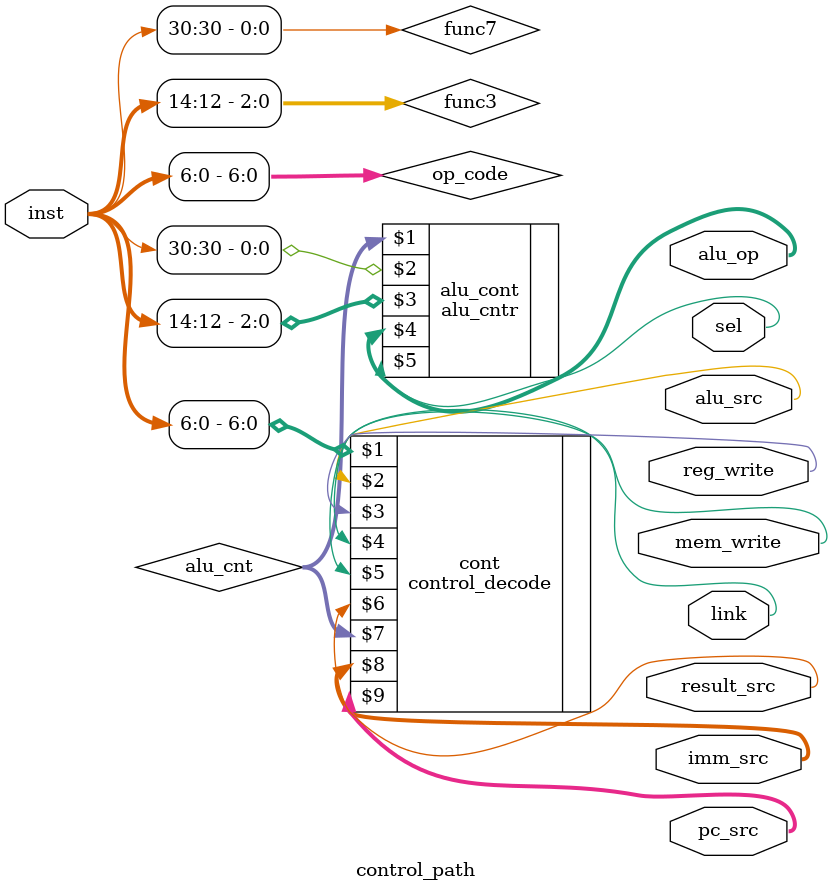
<source format=v>
module control_path(input wire [31:0] inst,

                 output wire result_src,alu_src,reg_write,link,mem_write, 
                 output wire [1:0] pc_src,imm_src,
                 output wire [2:0] alu_op ,
                 output wire sel
    );
    wire [1:0]  alu_cnt;
    wire [6:0] op_code;
    wire [2:0] func3;
    wire func7;
    
    control_decode cont(op_code,alu_src,reg_write,mem_write,link,result_src,alu_cnt,imm_src,pc_src);
    alu_cntr alu_cont(alu_cnt,func7,func3,alu_op ,sel);
    
    assign func7 = inst[30];
    assign func3 = inst[14:12];
    assign op_code = inst[6:0];

endmodule

</source>
